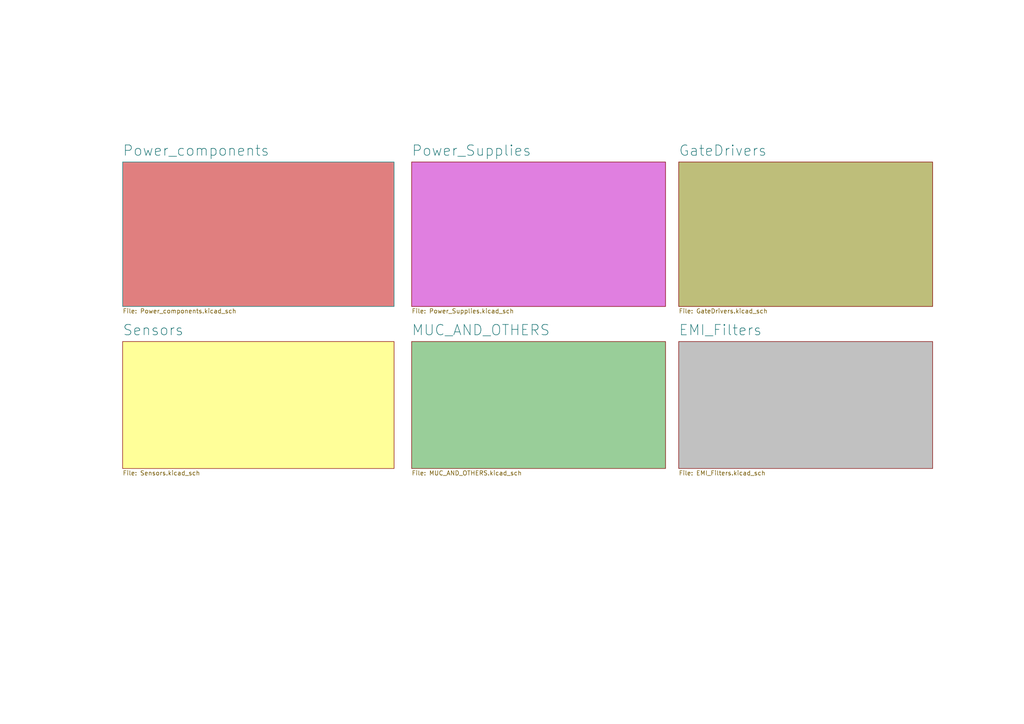
<source format=kicad_sch>
(kicad_sch
	(version 20250114)
	(generator "eeschema")
	(generator_version "9.0")
	(uuid "856dbdf2-f84a-4a26-871a-e6caa4757467")
	(paper "A4")
	(lib_symbols)
	(sheet
		(at 35.56 46.99)
		(size 78.74 41.91)
		(exclude_from_sim no)
		(in_bom yes)
		(on_board yes)
		(dnp no)
		(fields_autoplaced yes)
		(stroke
			(width 0.1524)
			(type solid)
			(color 0 132 132 1)
		)
		(fill
			(color 194 0 0 0.5000)
		)
		(uuid "4045dcdc-afd8-4c82-9d0f-0c3beb469e2c")
		(property "Sheetname" "Power_components"
			(at 35.56 45.4134 0)
			(effects
				(font
					(size 3 3)
				)
				(justify left bottom)
			)
		)
		(property "Sheetfile" "Power_components.kicad_sch"
			(at 35.56 89.4846 0)
			(effects
				(font
					(size 1.27 1.27)
				)
				(justify left top)
			)
		)
		(instances
			(project "LLC_DCDC_V1"
				(path "/856dbdf2-f84a-4a26-871a-e6caa4757467"
					(page "2")
				)
			)
		)
	)
	(sheet
		(at 196.85 99.06)
		(size 73.66 36.83)
		(exclude_from_sim no)
		(in_bom yes)
		(on_board yes)
		(dnp no)
		(fields_autoplaced yes)
		(stroke
			(width 0.1524)
			(type solid)
		)
		(fill
			(color 132 132 132 0.5000)
		)
		(uuid "4a84b0e5-7cb6-400e-a534-de34c0fb280a")
		(property "Sheetname" "EMI_Filters"
			(at 196.85 97.4834 0)
			(effects
				(font
					(size 3 3)
				)
				(justify left bottom)
			)
		)
		(property "Sheetfile" "EMI_Filters.kicad_sch"
			(at 196.85 136.4746 0)
			(effects
				(font
					(size 1.27 1.27)
				)
				(justify left top)
			)
		)
		(instances
			(project "LLC_DCDC_V1"
				(path "/856dbdf2-f84a-4a26-871a-e6caa4757467"
					(page "6")
				)
			)
		)
	)
	(sheet
		(at 119.38 99.06)
		(size 73.66 36.83)
		(exclude_from_sim no)
		(in_bom yes)
		(on_board yes)
		(dnp no)
		(fields_autoplaced yes)
		(stroke
			(width 0.1524)
			(type solid)
		)
		(fill
			(color 0 132 0 0.4000)
		)
		(uuid "58fb44fa-2139-4f1c-a58a-5012b7343e05")
		(property "Sheetname" "MUC_AND_OTHERS"
			(at 119.38 97.4834 0)
			(effects
				(font
					(size 3 3)
				)
				(justify left bottom)
			)
		)
		(property "Sheetfile" "MUC_AND_OTHERS.kicad_sch"
			(at 119.38 136.4746 0)
			(effects
				(font
					(size 1.27 1.27)
				)
				(justify left top)
			)
		)
		(instances
			(project "LLC_DCDC_V1"
				(path "/856dbdf2-f84a-4a26-871a-e6caa4757467"
					(page "7")
				)
			)
		)
	)
	(sheet
		(at 196.85 46.99)
		(size 73.66 41.91)
		(exclude_from_sim no)
		(in_bom yes)
		(on_board yes)
		(dnp no)
		(fields_autoplaced yes)
		(stroke
			(width 0.1524)
			(type solid)
		)
		(fill
			(color 132 132 0 0.5200)
		)
		(uuid "bab1fb25-cb37-4b11-a21a-e20e593b1f15")
		(property "Sheetname" "GateDrivers"
			(at 196.85 45.4134 0)
			(effects
				(font
					(size 3 3)
				)
				(justify left bottom)
			)
		)
		(property "Sheetfile" "GateDrivers.kicad_sch"
			(at 196.85 89.4846 0)
			(effects
				(font
					(size 1.27 1.27)
				)
				(justify left top)
			)
		)
		(instances
			(project "LLC_DCDC_V1"
				(path "/856dbdf2-f84a-4a26-871a-e6caa4757467"
					(page "3")
				)
			)
		)
	)
	(sheet
		(at 35.56 99.06)
		(size 78.74 36.83)
		(exclude_from_sim no)
		(in_bom yes)
		(on_board yes)
		(dnp no)
		(fields_autoplaced yes)
		(stroke
			(width 0.1524)
			(type solid)
		)
		(fill
			(color 255 255 0 0.4000)
		)
		(uuid "e0624156-4fa2-4e57-84b3-684ced375455")
		(property "Sheetname" "Sensors"
			(at 35.56 97.4834 0)
			(effects
				(font
					(size 3 3)
				)
				(justify left bottom)
			)
		)
		(property "Sheetfile" "Sensors.kicad_sch"
			(at 35.56 136.4746 0)
			(effects
				(font
					(size 1.27 1.27)
				)
				(justify left top)
			)
		)
		(instances
			(project "LLC_DCDC_V1"
				(path "/856dbdf2-f84a-4a26-871a-e6caa4757467"
					(page "5")
				)
			)
		)
	)
	(sheet
		(at 119.38 46.99)
		(size 73.66 41.91)
		(exclude_from_sim no)
		(in_bom yes)
		(on_board yes)
		(dnp no)
		(fields_autoplaced yes)
		(stroke
			(width 0.1524)
			(type solid)
		)
		(fill
			(color 194 0 194 0.5000)
		)
		(uuid "e6ae4412-3899-497a-ad4e-ef9e3f773d29")
		(property "Sheetname" "Power_Supplies"
			(at 119.38 45.4134 0)
			(effects
				(font
					(size 3 3)
				)
				(justify left bottom)
			)
		)
		(property "Sheetfile" "Power_Supplies.kicad_sch"
			(at 119.38 89.4846 0)
			(effects
				(font
					(size 1.27 1.27)
				)
				(justify left top)
			)
		)
		(instances
			(project "LLC_DCDC_V1"
				(path "/856dbdf2-f84a-4a26-871a-e6caa4757467"
					(page "4")
				)
			)
		)
	)
	(sheet_instances
		(path "/"
			(page "1")
		)
	)
	(embedded_fonts no)
)

</source>
